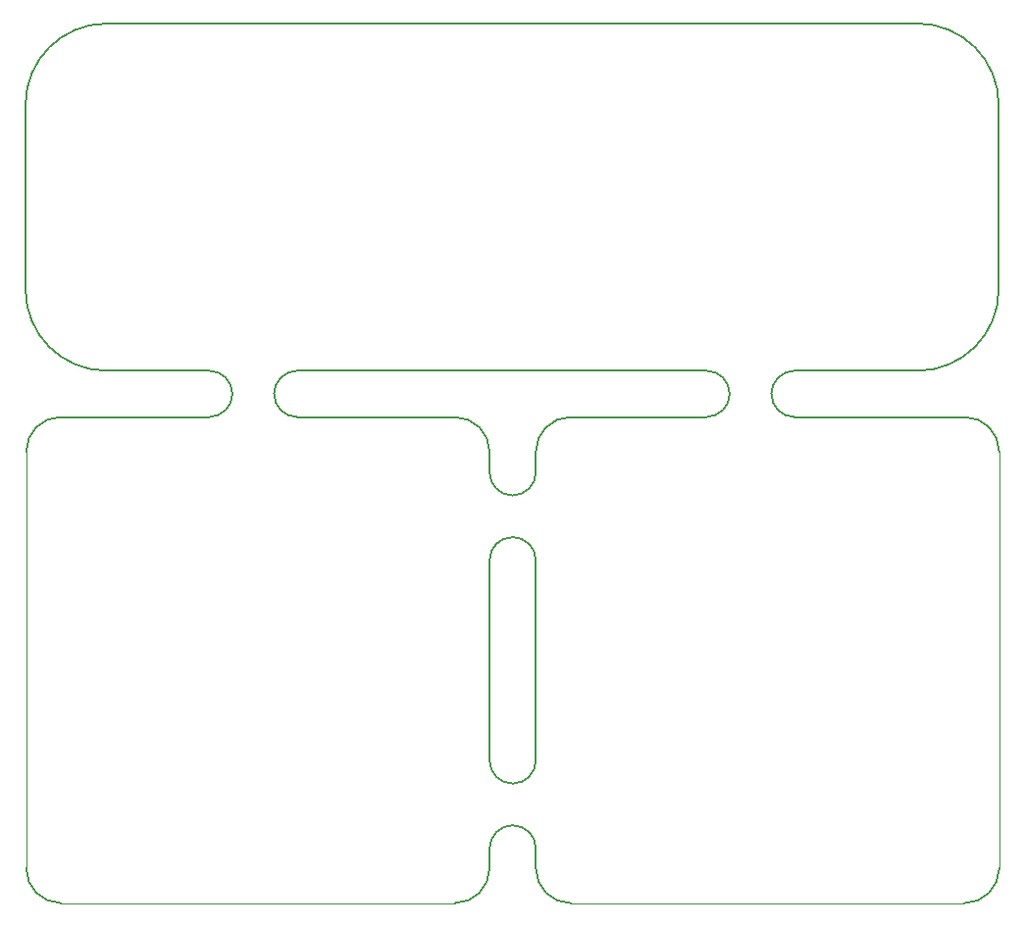
<source format=gbr>
%TF.GenerationSoftware,KiCad,Pcbnew,5.0.2-bee76a0~70~ubuntu18.04.1*%
%TF.CreationDate,2019-02-16T20:38:26+01:00*%
%TF.ProjectId,panel,70616e65-6c2e-46b6-9963-61645f706362,rev?*%
%TF.SameCoordinates,Original*%
%TF.FileFunction,Profile,NP*%
%FSLAX46Y46*%
G04 Gerber Fmt 4.6, Leading zero omitted, Abs format (unit mm)*
G04 Created by KiCad (PCBNEW 5.0.2-bee76a0~70~ubuntu18.04.1) date lør 16 feb 2019 20:38:26 CET*
%MOMM*%
%LPD*%
G01*
G04 APERTURE LIST*
%ADD10C,0.150000*%
%ADD11C,0.200000*%
%ADD12C,0.010000*%
%TA.AperFunction,NonConductor*%
%ADD13C,0.150000*%
%TD*%
G04 APERTURE END LIST*
D10*
X23975000Y-53025000D02*
X36375000Y-53025000D01*
X36375000Y-49025000D02*
X27925000Y-49025000D01*
X64975000Y-92025000D02*
X64975000Y-90725000D01*
X60975000Y-90700000D02*
X60975000Y-92000000D01*
X60975000Y-81700000D02*
X60975000Y-66400000D01*
X64975000Y-66400000D02*
X64975000Y-81700000D01*
X60975000Y-57400000D02*
X60975000Y-56025000D01*
X64975000Y-56025000D02*
X64975000Y-57400000D01*
X45375000Y-53025000D02*
X57950000Y-53025000D01*
X79300000Y-49025000D02*
X45375000Y-49025000D01*
X79300000Y-53025000D02*
X67975000Y-53025000D01*
X88300000Y-49025000D02*
X97925000Y-49025000D01*
X101975000Y-53025000D02*
X88300000Y-53025000D01*
D11*
X27925000Y-19025000D02*
X97925000Y-19025000D01*
X104925000Y-26025000D02*
X104925000Y-42025000D01*
X20925000Y-26025000D02*
X20925000Y-42025000D01*
X97925000Y-19025000D02*
G75*
G02X104925000Y-26025000I0J-7000000D01*
G01*
X104925000Y-42025000D02*
G75*
G02X97925000Y-49025000I-7000000J0D01*
G01*
X20925000Y-26025000D02*
G75*
G02X27925000Y-19025000I7000000J0D01*
G01*
X27925000Y-49025000D02*
G75*
G02X20925000Y-42025000I0J7000000D01*
G01*
D10*
X67975000Y-95025000D02*
G75*
G02X64975000Y-92025000I0J3000000D01*
G01*
X64975000Y-56025000D02*
G75*
G02X67975000Y-53025000I3000000J0D01*
G01*
X101975000Y-53025000D02*
G75*
G02X104975000Y-56025000I0J-3000000D01*
G01*
X104975000Y-92025000D02*
G75*
G02X101975000Y-95025000I-3000000J0D01*
G01*
D12*
X104975000Y-92025000D02*
X104975000Y-56025000D01*
X67975000Y-95025000D02*
X101975000Y-95025000D01*
D10*
X23975000Y-95025000D02*
G75*
G02X20975000Y-92025000I0J3000000D01*
G01*
X20975000Y-56025000D02*
G75*
G02X23975000Y-53025000I3000000J0D01*
G01*
X57975000Y-53025000D02*
G75*
G02X60975000Y-56025000I0J-3000000D01*
G01*
X60975000Y-92025000D02*
G75*
G02X57975000Y-95025000I-3000000J0D01*
G01*
D12*
X20975000Y-56025000D02*
X20975000Y-92025000D01*
X23975000Y-95025000D02*
X57975000Y-95025000D01*
D13*
%TO.C,REF\002A\002A*%
X87300000Y-53025000D02*
G75*
G02X85300000Y-51025000I0J2000000D01*
G01*
X81700000Y-51025000D02*
G75*
G02X79700000Y-53025000I-2000000J0D01*
G01*
X79700000Y-49025000D02*
G75*
G02X81700000Y-51025000I0J-2000000D01*
G01*
X85300000Y-51025000D02*
G75*
G02X87300000Y-49025000I2000000J0D01*
G01*
X79700000Y-53025000D02*
X79300000Y-53025000D01*
X79700000Y-49025000D02*
X79300000Y-49025000D01*
X87300000Y-53025000D02*
X88300000Y-53025000D01*
X87300000Y-49025000D02*
X88300000Y-49025000D01*
X60975000Y-82700000D02*
X60975000Y-81700000D01*
X64975000Y-82700000D02*
X64975000Y-81700000D01*
X60975000Y-90300000D02*
X60975000Y-90700000D01*
X64975000Y-90300000D02*
X64975000Y-90700000D01*
X62975000Y-84700000D02*
G75*
G02X60975000Y-82700000I0J2000000D01*
G01*
X60975000Y-90300000D02*
G75*
G02X62975000Y-88300000I2000000J0D01*
G01*
X62975000Y-88300000D02*
G75*
G02X64975000Y-90300000I0J-2000000D01*
G01*
X64975000Y-82700000D02*
G75*
G02X62975000Y-84700000I-2000000J0D01*
G01*
X44375000Y-53025000D02*
G75*
G02X42375000Y-51025000I0J2000000D01*
G01*
X38775000Y-51025000D02*
G75*
G02X36775000Y-53025000I-2000000J0D01*
G01*
X36775000Y-49025000D02*
G75*
G02X38775000Y-51025000I0J-2000000D01*
G01*
X42375000Y-51025000D02*
G75*
G02X44375000Y-49025000I2000000J0D01*
G01*
X36775000Y-53025000D02*
X36375000Y-53025000D01*
X36775000Y-49025000D02*
X36375000Y-49025000D01*
X44375000Y-53025000D02*
X45375000Y-53025000D01*
X44375000Y-49025000D02*
X45375000Y-49025000D01*
X60975000Y-65400000D02*
G75*
G02X62975000Y-63400000I2000000J0D01*
G01*
X62975000Y-59800000D02*
G75*
G02X60975000Y-57800000I0J2000000D01*
G01*
X64975000Y-57800000D02*
G75*
G02X62975000Y-59800000I-2000000J0D01*
G01*
X62975000Y-63400000D02*
G75*
G02X64975000Y-65400000I0J-2000000D01*
G01*
X60975000Y-57800000D02*
X60975000Y-57400000D01*
X64975000Y-57800000D02*
X64975000Y-57400000D01*
X60975000Y-65400000D02*
X60975000Y-66400000D01*
X64975000Y-65400000D02*
X64975000Y-66400000D01*
%TD*%
M02*

</source>
